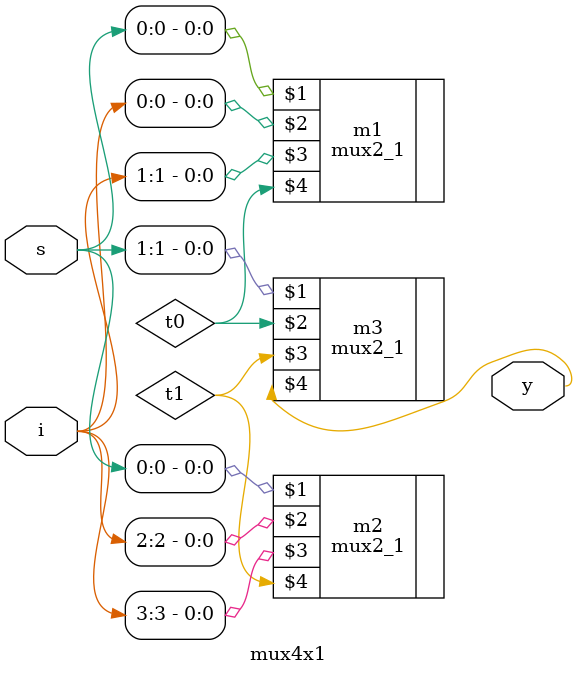
<source format=v>
module mux4x1#(parameter INPUTS=4,SEL=2)
              (input [INPUTS-1:0]i,
			   input [SEL-1:0]s,
			      output y);
	wire t0,t1;
	
  mux2_1 m1(s[0],i[0],i[1],t0);
  mux2_1 m2(s[0],i[2],i[3],t1);
  mux2_1 m3(s[1],t0,t1,y);
  
  endmodule
  
  
  
			   
</source>
